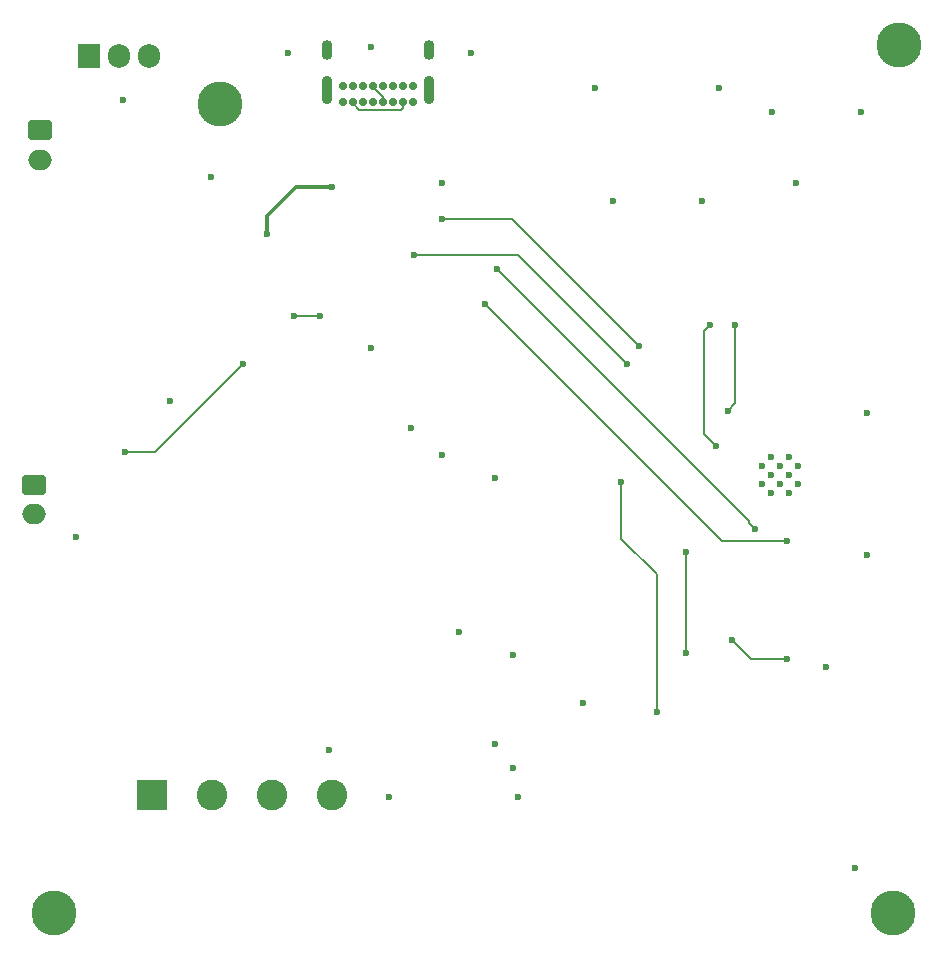
<source format=gbr>
%TF.GenerationSoftware,KiCad,Pcbnew,8.0.4*%
%TF.CreationDate,2024-11-13T20:29:26+01:00*%
%TF.ProjectId,plant,706c616e-742e-46b6-9963-61645f706362,rev?*%
%TF.SameCoordinates,Original*%
%TF.FileFunction,Copper,L2,Bot*%
%TF.FilePolarity,Positive*%
%FSLAX46Y46*%
G04 Gerber Fmt 4.6, Leading zero omitted, Abs format (unit mm)*
G04 Created by KiCad (PCBNEW 8.0.4) date 2024-11-13 20:29:26*
%MOMM*%
%LPD*%
G01*
G04 APERTURE LIST*
G04 Aperture macros list*
%AMRoundRect*
0 Rectangle with rounded corners*
0 $1 Rounding radius*
0 $2 $3 $4 $5 $6 $7 $8 $9 X,Y pos of 4 corners*
0 Add a 4 corners polygon primitive as box body*
4,1,4,$2,$3,$4,$5,$6,$7,$8,$9,$2,$3,0*
0 Add four circle primitives for the rounded corners*
1,1,$1+$1,$2,$3*
1,1,$1+$1,$4,$5*
1,1,$1+$1,$6,$7*
1,1,$1+$1,$8,$9*
0 Add four rect primitives between the rounded corners*
20,1,$1+$1,$2,$3,$4,$5,0*
20,1,$1+$1,$4,$5,$6,$7,0*
20,1,$1+$1,$6,$7,$8,$9,0*
20,1,$1+$1,$8,$9,$2,$3,0*%
G04 Aperture macros list end*
%TA.AperFunction,ComponentPad*%
%ADD10C,3.800000*%
%TD*%
%TA.AperFunction,ComponentPad*%
%ADD11RoundRect,0.250000X-0.750000X0.600000X-0.750000X-0.600000X0.750000X-0.600000X0.750000X0.600000X0*%
%TD*%
%TA.AperFunction,ComponentPad*%
%ADD12O,2.000000X1.700000*%
%TD*%
%TA.AperFunction,ComponentPad*%
%ADD13R,1.905000X2.000000*%
%TD*%
%TA.AperFunction,ComponentPad*%
%ADD14O,1.905000X2.000000*%
%TD*%
%TA.AperFunction,HeatsinkPad*%
%ADD15C,0.600000*%
%TD*%
%TA.AperFunction,ComponentPad*%
%ADD16C,0.700000*%
%TD*%
%TA.AperFunction,ComponentPad*%
%ADD17O,0.900000X2.400000*%
%TD*%
%TA.AperFunction,ComponentPad*%
%ADD18O,0.900000X1.700000*%
%TD*%
%TA.AperFunction,ComponentPad*%
%ADD19R,2.600000X2.600000*%
%TD*%
%TA.AperFunction,ComponentPad*%
%ADD20C,2.600000*%
%TD*%
%TA.AperFunction,ViaPad*%
%ADD21C,0.600000*%
%TD*%
%TA.AperFunction,Conductor*%
%ADD22C,0.200000*%
%TD*%
%TA.AperFunction,Conductor*%
%ADD23C,0.300000*%
%TD*%
G04 APERTURE END LIST*
D10*
%TO.P,H3,1,1*%
%TO.N,unconnected-(H3-Pad1)*%
X54206250Y-102293750D03*
%TD*%
%TO.P,H2,1,1*%
%TO.N,unconnected-(H2-Pad1)*%
X125706250Y-28793750D03*
%TD*%
D11*
%TO.P,J3,1,Pin_1*%
%TO.N,Net-(J3-Pin_1)*%
X53006250Y-36043750D03*
D12*
%TO.P,J3,2,Pin_2*%
%TO.N,GND*%
X53006250Y-38543750D03*
%TD*%
D10*
%TO.P,H4,1,1*%
%TO.N,unconnected-(H4-Pad1)*%
X125206250Y-102293750D03*
%TD*%
D11*
%TO.P,J2,1,Pin_1*%
%TO.N,Net-(J2-Pin_1)*%
X52506250Y-66043750D03*
D12*
%TO.P,J2,2,Pin_2*%
%TO.N,GND*%
X52506250Y-68543750D03*
%TD*%
D10*
%TO.P,H1,1,1*%
%TO.N,unconnected-(H1-Pad1)*%
X68206250Y-33793750D03*
%TD*%
D13*
%TO.P,U7,1,VI*%
%TO.N,Net-(J3-Pin_1)*%
X57166250Y-29738750D03*
D14*
%TO.P,U7,2,GND*%
%TO.N,GND*%
X59706250Y-29738750D03*
%TO.P,U7,3,VO*%
%TO.N,+5V_cell*%
X62246250Y-29738750D03*
%TD*%
D15*
%TO.P,U3,39,GND*%
%TO.N,GND*%
X116443750Y-63743750D03*
X114918750Y-63743750D03*
X117206250Y-64506250D03*
X115681250Y-64506250D03*
X114156250Y-64506250D03*
X116443750Y-65268750D03*
X114918750Y-65268750D03*
X117206250Y-66031250D03*
X115681250Y-66031250D03*
X114156250Y-66031250D03*
X116443750Y-66793750D03*
X114918750Y-66793750D03*
%TD*%
D16*
%TO.P,J1,A1,GND*%
%TO.N,GND*%
X84556250Y-33643750D03*
%TO.P,J1,A4,VBUS*%
%TO.N,+5V_USB*%
X83706250Y-33643750D03*
%TO.P,J1,A5,CC1*%
%TO.N,Net-(J1-CC1)*%
X82856250Y-33643750D03*
%TO.P,J1,A6,D+*%
%TO.N,Net-(J1-D+-PadA6)*%
X82006250Y-33643750D03*
%TO.P,J1,A7,D-*%
%TO.N,Net-(J1-D--PadA7)*%
X81156250Y-33643750D03*
%TO.P,J1,A8,SBU1*%
%TO.N,unconnected-(J1-SBU1-PadA8)*%
X80306250Y-33643750D03*
%TO.P,J1,A9,VBUS*%
%TO.N,+5V_USB*%
X79456250Y-33643750D03*
%TO.P,J1,A12,GND*%
%TO.N,GND*%
X78606250Y-33643750D03*
%TO.P,J1,B1,GND*%
X78606250Y-32293750D03*
%TO.P,J1,B4,VBUS*%
%TO.N,+5V_USB*%
X79456250Y-32293750D03*
%TO.P,J1,B5,CC2*%
%TO.N,Net-(J1-CC2)*%
X80306250Y-32293750D03*
%TO.P,J1,B6,D+*%
%TO.N,Net-(J1-D+-PadA6)*%
X81156250Y-32293750D03*
%TO.P,J1,B7,D-*%
%TO.N,Net-(J1-D--PadA7)*%
X82006250Y-32293750D03*
%TO.P,J1,B8,SBU2*%
%TO.N,unconnected-(J1-SBU2-PadB8)*%
X82856250Y-32293750D03*
%TO.P,J1,B9,VBUS*%
%TO.N,+5V_USB*%
X83706250Y-32293750D03*
%TO.P,J1,B12,GND*%
%TO.N,GND*%
X84556250Y-32293750D03*
D17*
%TO.P,J1,S1,SHIELD*%
X85906250Y-32663750D03*
D18*
X85906250Y-29283750D03*
D17*
X77256250Y-32663750D03*
D18*
X77256250Y-29283750D03*
%TD*%
D19*
%TO.P,J4,1,Pin_1*%
%TO.N,+3.3V*%
X62466250Y-92293750D03*
D20*
%TO.P,J4,2,Pin_2*%
%TO.N,SDA*%
X67546250Y-92293750D03*
%TO.P,J4,3,Pin_3*%
%TO.N,SCL*%
X72626250Y-92293750D03*
%TO.P,J4,4,Pin_4*%
%TO.N,GND*%
X77706250Y-92293750D03*
%TD*%
D21*
%TO.N,GND*%
X93000000Y-90000000D03*
X64000000Y-59000000D03*
X122000000Y-98500000D03*
X91500000Y-65500000D03*
X115000000Y-34500000D03*
X123000000Y-60000000D03*
X87000000Y-40500000D03*
X56000000Y-70500000D03*
X123000000Y-72000000D03*
X74000000Y-29500000D03*
X117000000Y-40500000D03*
X89500000Y-29500000D03*
X82500000Y-92500000D03*
X109000000Y-42000000D03*
X87000000Y-63500000D03*
X88500000Y-78500000D03*
X84407142Y-61290659D03*
X101500000Y-42000000D03*
X110500000Y-32500000D03*
X100000000Y-32500000D03*
X93000000Y-80500000D03*
X119500000Y-81500000D03*
X93500000Y-92500000D03*
X81000000Y-29000000D03*
X60000000Y-33500000D03*
X122500000Y-34500000D03*
X81000000Y-54500000D03*
X77500000Y-88500000D03*
X67500000Y-40000000D03*
X91500000Y-88000000D03*
X99000000Y-84500000D03*
%TO.N,Net-(J2-Pin_1)*%
X70206250Y-55793750D03*
X60206250Y-63293750D03*
%TO.N,+3.3V*%
X72206250Y-44793750D03*
X77750535Y-40809574D03*
%TO.N,DTR*%
X103706250Y-54293750D03*
X87034793Y-43561854D03*
%TO.N,RTS*%
X84679711Y-46576359D03*
X102706250Y-55793750D03*
%TO.N,rst*%
X105206250Y-85293750D03*
X102206250Y-65793750D03*
%TO.N,DIO0*%
X107706250Y-80293750D03*
X107706250Y-71793750D03*
%TO.N,CS*%
X116206250Y-80793750D03*
X111594331Y-79214037D03*
%TO.N,RX*%
X113498235Y-69793777D03*
X91706250Y-47793750D03*
%TO.N,TX*%
X116206250Y-70793750D03*
X90706250Y-50793750D03*
%TO.N,TX_GPS*%
X111854413Y-52540531D03*
X111206250Y-59793750D03*
%TO.N,RX_GPS*%
X109728110Y-52513616D03*
X110206250Y-62793750D03*
%TO.N,Net-(U6-THERM)*%
X74500000Y-51793750D03*
X76706250Y-51793750D03*
%TD*%
D22*
%TO.N,+5V_USB*%
X83706250Y-33643750D02*
X83706250Y-34138724D01*
X83551224Y-34293750D02*
X80037011Y-34293750D01*
X79456250Y-33712989D02*
X79456250Y-33643750D01*
X80037011Y-34293750D02*
X79456250Y-33712989D01*
X83706250Y-34138724D02*
X83551224Y-34293750D01*
%TO.N,Net-(J2-Pin_1)*%
X70206250Y-55793750D02*
X62706250Y-63293750D01*
X62706250Y-63293750D02*
X60206250Y-63293750D01*
D23*
%TO.N,+3.3V*%
X74690426Y-40809574D02*
X72206250Y-43293750D01*
X77750535Y-40809574D02*
X74690426Y-40809574D01*
X72206250Y-43293750D02*
X72206250Y-44793750D01*
D22*
%TO.N,DTR*%
X103706250Y-54293750D02*
X92974354Y-43561854D01*
X92974354Y-43561854D02*
X87034793Y-43561854D01*
%TO.N,RTS*%
X102706250Y-55793750D02*
X93488859Y-46576359D01*
X93488859Y-46576359D02*
X84679711Y-46576359D01*
%TO.N,rst*%
X105206250Y-73617376D02*
X102206250Y-70617376D01*
X102206250Y-70617376D02*
X102206250Y-65793750D01*
X105206250Y-85293750D02*
X105206250Y-73617376D01*
%TO.N,DIO0*%
X107706250Y-80293750D02*
X107706250Y-71793750D01*
%TO.N,CS*%
X113174044Y-80793750D02*
X111594331Y-79214037D01*
X116206250Y-80793750D02*
X113174044Y-80793750D01*
%TO.N,RX*%
X112998208Y-69085708D02*
X91706250Y-47793750D01*
X113498235Y-69793777D02*
X112998208Y-69293750D01*
X112998208Y-69293750D02*
X112998208Y-69085708D01*
%TO.N,TX*%
X110706250Y-70793750D02*
X116206250Y-70793750D01*
X90706250Y-50793750D02*
X110706250Y-70793750D01*
%TO.N,TX_GPS*%
X111854413Y-52540531D02*
X111854413Y-59145587D01*
X111854413Y-59145587D02*
X111206250Y-59793750D01*
%TO.N,RX_GPS*%
X109206250Y-53035476D02*
X109206250Y-61793750D01*
X109728110Y-52513616D02*
X109206250Y-53035476D01*
X109206250Y-61793750D02*
X110206250Y-62793750D01*
%TO.N,Net-(J1-D+-PadA6)*%
X82006250Y-33212989D02*
X81156250Y-32362989D01*
X81156250Y-32362989D02*
X81156250Y-32293750D01*
X82006250Y-33643750D02*
X82006250Y-33212989D01*
%TO.N,Net-(U6-THERM)*%
X74500000Y-51793750D02*
X76706250Y-51793750D01*
%TD*%
M02*

</source>
